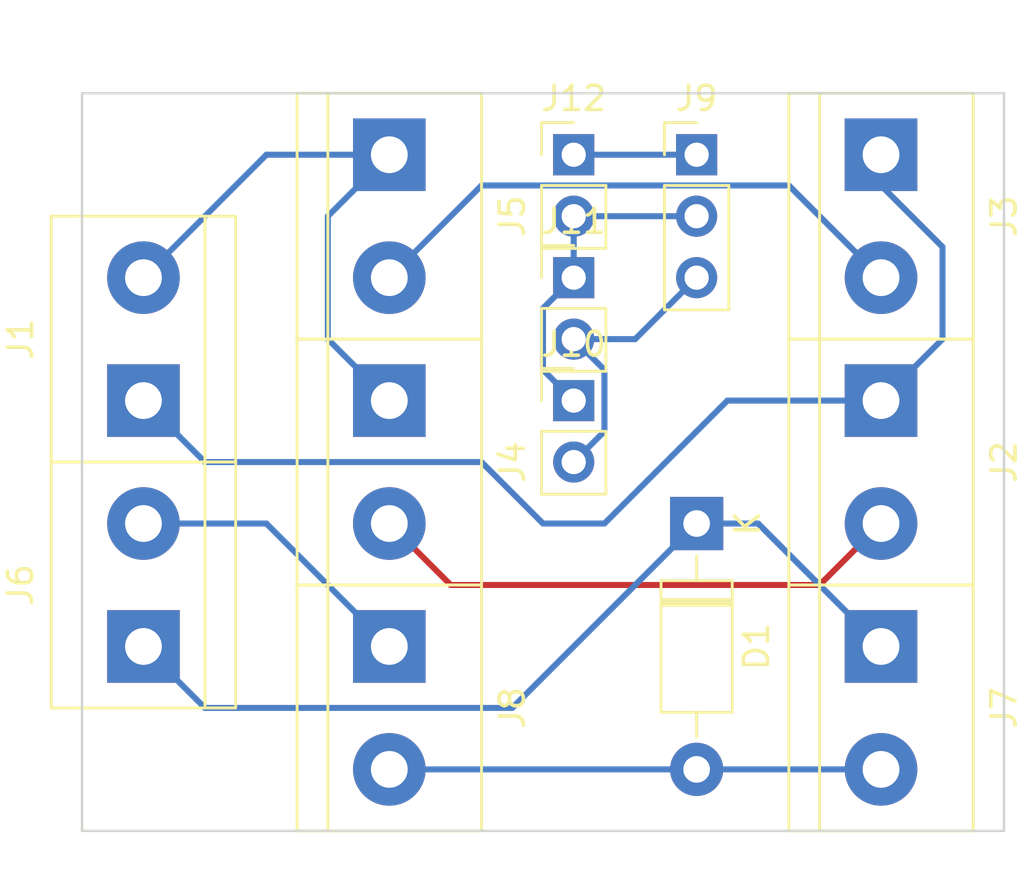
<source format=kicad_pcb>
(kicad_pcb (version 20171130) (host pcbnew "(5.1.4)-1")

  (general
    (thickness 1.6)
    (drawings 4)
    (tracks 40)
    (zones 0)
    (modules 13)
    (nets 11)
  )

  (page A4)
  (layers
    (0 F.Cu signal)
    (31 B.Cu signal)
    (32 B.Adhes user)
    (33 F.Adhes user)
    (34 B.Paste user)
    (35 F.Paste user)
    (36 B.SilkS user)
    (37 F.SilkS user)
    (38 B.Mask user)
    (39 F.Mask user)
    (40 Dwgs.User user)
    (41 Cmts.User user)
    (42 Eco1.User user)
    (43 Eco2.User user)
    (44 Edge.Cuts user)
    (45 Margin user)
    (46 B.CrtYd user)
    (47 F.CrtYd user)
    (48 B.Fab user)
    (49 F.Fab user)
  )

  (setup
    (last_trace_width 0.25)
    (trace_clearance 0.2)
    (zone_clearance 0.508)
    (zone_45_only no)
    (trace_min 0.2)
    (via_size 0.8)
    (via_drill 0.4)
    (via_min_size 0.4)
    (via_min_drill 0.3)
    (uvia_size 0.3)
    (uvia_drill 0.1)
    (uvias_allowed no)
    (uvia_min_size 0.2)
    (uvia_min_drill 0.1)
    (edge_width 0.1)
    (segment_width 0.2)
    (pcb_text_width 0.3)
    (pcb_text_size 1.5 1.5)
    (mod_edge_width 0.15)
    (mod_text_size 1 1)
    (mod_text_width 0.15)
    (pad_size 1.524 1.524)
    (pad_drill 0.762)
    (pad_to_mask_clearance 0)
    (aux_axis_origin 0 0)
    (visible_elements 7FFFFFFF)
    (pcbplotparams
      (layerselection 0x010fc_ffffffff)
      (usegerberextensions false)
      (usegerberattributes false)
      (usegerberadvancedattributes false)
      (creategerberjobfile false)
      (excludeedgelayer true)
      (linewidth 0.100000)
      (plotframeref false)
      (viasonmask false)
      (mode 1)
      (useauxorigin false)
      (hpglpennumber 1)
      (hpglpenspeed 20)
      (hpglpendiameter 15.000000)
      (psnegative false)
      (psa4output false)
      (plotreference true)
      (plotvalue true)
      (plotinvisibletext false)
      (padsonsilk false)
      (subtractmaskfromsilk false)
      (outputformat 1)
      (mirror false)
      (drillshape 1)
      (scaleselection 1)
      (outputdirectory ""))
  )

  (net 0 "")
  (net 1 /CoilRelayOut)
  (net 2 /CoilPower+)
  (net 3 /CapacitorRelayIn)
  (net 4 /CapacitorPower-)
  (net 5 /StarterPower+)
  (net 6 /CapacitorPower+)
  (net 7 /CoilPower-)
  (net 8 /CoilSignal-)
  (net 9 /CapacitorSignal-)
  (net 10 /CapacitorSignal+)

  (net_class Default "This is the default net class."
    (clearance 0.2)
    (trace_width 0.25)
    (via_dia 0.8)
    (via_drill 0.4)
    (uvia_dia 0.3)
    (uvia_drill 0.1)
    (add_net /CapacitorPower+)
    (add_net /CapacitorPower-)
    (add_net /CapacitorRelayIn)
    (add_net /CapacitorSignal+)
    (add_net /CapacitorSignal-)
    (add_net /CoilPower+)
    (add_net /CoilPower-)
    (add_net /CoilRelayOut)
    (add_net /CoilSignal-)
    (add_net /StarterPower+)
  )

  (module TerminalBlock:TerminalBlock_bornier-2_P5.08mm (layer F.Cu) (tedit 59FF03AB) (tstamp 5F2B4385)
    (at 109.22 106.68 90)
    (descr "simple 2-pin terminal block, pitch 5.08mm, revamped version of bornier2")
    (tags "terminal block bornier2")
    (path /5E42A6CA)
    (fp_text reference J1 (at 2.54 -5.08 90) (layer F.SilkS)
      (effects (font (size 1 1) (thickness 0.15)))
    )
    (fp_text value "Power AC In" (at 2.54 5.08 90) (layer F.Fab)
      (effects (font (size 1 1) (thickness 0.15)))
    )
    (fp_line (start 7.79 4) (end -2.71 4) (layer F.CrtYd) (width 0.05))
    (fp_line (start 7.79 4) (end 7.79 -4) (layer F.CrtYd) (width 0.05))
    (fp_line (start -2.71 -4) (end -2.71 4) (layer F.CrtYd) (width 0.05))
    (fp_line (start -2.71 -4) (end 7.79 -4) (layer F.CrtYd) (width 0.05))
    (fp_line (start -2.54 3.81) (end 7.62 3.81) (layer F.SilkS) (width 0.12))
    (fp_line (start -2.54 -3.81) (end -2.54 3.81) (layer F.SilkS) (width 0.12))
    (fp_line (start 7.62 -3.81) (end -2.54 -3.81) (layer F.SilkS) (width 0.12))
    (fp_line (start 7.62 3.81) (end 7.62 -3.81) (layer F.SilkS) (width 0.12))
    (fp_line (start 7.62 2.54) (end -2.54 2.54) (layer F.SilkS) (width 0.12))
    (fp_line (start 7.54 -3.75) (end -2.46 -3.75) (layer F.Fab) (width 0.1))
    (fp_line (start 7.54 3.75) (end 7.54 -3.75) (layer F.Fab) (width 0.1))
    (fp_line (start -2.46 3.75) (end 7.54 3.75) (layer F.Fab) (width 0.1))
    (fp_line (start -2.46 -3.75) (end -2.46 3.75) (layer F.Fab) (width 0.1))
    (fp_line (start -2.41 2.55) (end 7.49 2.55) (layer F.Fab) (width 0.1))
    (fp_text user %R (at 2.54 0 90) (layer F.Fab)
      (effects (font (size 1 1) (thickness 0.15)))
    )
    (pad 2 thru_hole circle (at 5.08 0 90) (size 3 3) (drill 1.52) (layers *.Cu *.Mask)
      (net 3 /CapacitorRelayIn))
    (pad 1 thru_hole rect (at 0 0 90) (size 3 3) (drill 1.52) (layers *.Cu *.Mask)
      (net 4 /CapacitorPower-))
    (model ${KISYS3DMOD}/TerminalBlock.3dshapes/TerminalBlock_bornier-2_P5.08mm.wrl
      (offset (xyz 2.539999961853027 0 0))
      (scale (xyz 1 1 1))
      (rotate (xyz 0 0 0))
    )
  )

  (module TerminalBlock:TerminalBlock_bornier-2_P5.08mm (layer F.Cu) (tedit 59FF03AB) (tstamp 5F2B439A)
    (at 139.7 106.68 270)
    (descr "simple 2-pin terminal block, pitch 5.08mm, revamped version of bornier2")
    (tags "terminal block bornier2")
    (path /5E0F4C5B)
    (fp_text reference J2 (at 2.54 -5.08 90) (layer F.SilkS)
      (effects (font (size 1 1) (thickness 0.15)))
    )
    (fp_text value "To Starter" (at 2.54 5.08 90) (layer F.Fab)
      (effects (font (size 1 1) (thickness 0.15)))
    )
    (fp_line (start 7.79 4) (end -2.71 4) (layer F.CrtYd) (width 0.05))
    (fp_line (start 7.79 4) (end 7.79 -4) (layer F.CrtYd) (width 0.05))
    (fp_line (start -2.71 -4) (end -2.71 4) (layer F.CrtYd) (width 0.05))
    (fp_line (start -2.71 -4) (end 7.79 -4) (layer F.CrtYd) (width 0.05))
    (fp_line (start -2.54 3.81) (end 7.62 3.81) (layer F.SilkS) (width 0.12))
    (fp_line (start -2.54 -3.81) (end -2.54 3.81) (layer F.SilkS) (width 0.12))
    (fp_line (start 7.62 -3.81) (end -2.54 -3.81) (layer F.SilkS) (width 0.12))
    (fp_line (start 7.62 3.81) (end 7.62 -3.81) (layer F.SilkS) (width 0.12))
    (fp_line (start 7.62 2.54) (end -2.54 2.54) (layer F.SilkS) (width 0.12))
    (fp_line (start 7.54 -3.75) (end -2.46 -3.75) (layer F.Fab) (width 0.1))
    (fp_line (start 7.54 3.75) (end 7.54 -3.75) (layer F.Fab) (width 0.1))
    (fp_line (start -2.46 3.75) (end 7.54 3.75) (layer F.Fab) (width 0.1))
    (fp_line (start -2.46 -3.75) (end -2.46 3.75) (layer F.Fab) (width 0.1))
    (fp_line (start -2.41 2.55) (end 7.49 2.55) (layer F.Fab) (width 0.1))
    (fp_text user %R (at 2.54 0 90) (layer F.Fab)
      (effects (font (size 1 1) (thickness 0.15)))
    )
    (pad 2 thru_hole circle (at 5.08 0 270) (size 3 3) (drill 1.52) (layers *.Cu *.Mask)
      (net 5 /StarterPower+))
    (pad 1 thru_hole rect (at 0 0 270) (size 3 3) (drill 1.52) (layers *.Cu *.Mask)
      (net 4 /CapacitorPower-))
    (model ${KISYS3DMOD}/TerminalBlock.3dshapes/TerminalBlock_bornier-2_P5.08mm.wrl
      (offset (xyz 2.539999961853027 0 0))
      (scale (xyz 1 1 1))
      (rotate (xyz 0 0 0))
    )
  )

  (module Connector_PinHeader_2.54mm:PinHeader_1x02_P2.54mm_Vertical (layer F.Cu) (tedit 59FED5CC) (tstamp 5F2B4471)
    (at 127 96.52)
    (descr "Through hole straight pin header, 1x02, 2.54mm pitch, single row")
    (tags "Through hole pin header THT 1x02 2.54mm single row")
    (path /5F30CC09)
    (fp_text reference J12 (at 0 -2.33) (layer F.SilkS)
      (effects (font (size 1 1) (thickness 0.15)))
    )
    (fp_text value "Capacitor Signal" (at 0 4.87) (layer F.Fab)
      (effects (font (size 1 1) (thickness 0.15)))
    )
    (fp_text user %R (at 0 1.27 90) (layer F.Fab)
      (effects (font (size 1 1) (thickness 0.15)))
    )
    (fp_line (start 1.8 -1.8) (end -1.8 -1.8) (layer F.CrtYd) (width 0.05))
    (fp_line (start 1.8 4.35) (end 1.8 -1.8) (layer F.CrtYd) (width 0.05))
    (fp_line (start -1.8 4.35) (end 1.8 4.35) (layer F.CrtYd) (width 0.05))
    (fp_line (start -1.8 -1.8) (end -1.8 4.35) (layer F.CrtYd) (width 0.05))
    (fp_line (start -1.33 -1.33) (end 0 -1.33) (layer F.SilkS) (width 0.12))
    (fp_line (start -1.33 0) (end -1.33 -1.33) (layer F.SilkS) (width 0.12))
    (fp_line (start -1.33 1.27) (end 1.33 1.27) (layer F.SilkS) (width 0.12))
    (fp_line (start 1.33 1.27) (end 1.33 3.87) (layer F.SilkS) (width 0.12))
    (fp_line (start -1.33 1.27) (end -1.33 3.87) (layer F.SilkS) (width 0.12))
    (fp_line (start -1.33 3.87) (end 1.33 3.87) (layer F.SilkS) (width 0.12))
    (fp_line (start -1.27 -0.635) (end -0.635 -1.27) (layer F.Fab) (width 0.1))
    (fp_line (start -1.27 3.81) (end -1.27 -0.635) (layer F.Fab) (width 0.1))
    (fp_line (start 1.27 3.81) (end -1.27 3.81) (layer F.Fab) (width 0.1))
    (fp_line (start 1.27 -1.27) (end 1.27 3.81) (layer F.Fab) (width 0.1))
    (fp_line (start -0.635 -1.27) (end 1.27 -1.27) (layer F.Fab) (width 0.1))
    (pad 2 thru_hole oval (at 0 2.54) (size 1.7 1.7) (drill 1) (layers *.Cu *.Mask)
      (net 9 /CapacitorSignal-))
    (pad 1 thru_hole rect (at 0 0) (size 1.7 1.7) (drill 1) (layers *.Cu *.Mask)
      (net 10 /CapacitorSignal+))
    (model ${KISYS3DMOD}/Connector_PinHeader_2.54mm.3dshapes/PinHeader_1x02_P2.54mm_Vertical.wrl
      (at (xyz 0 0 0))
      (scale (xyz 1 1 1))
      (rotate (xyz 0 0 0))
    )
  )

  (module Connector_PinHeader_2.54mm:PinHeader_1x02_P2.54mm_Vertical (layer F.Cu) (tedit 59FED5CC) (tstamp 5F2B445B)
    (at 127 101.6)
    (descr "Through hole straight pin header, 1x02, 2.54mm pitch, single row")
    (tags "Through hole pin header THT 1x02 2.54mm single row")
    (path /5F2D8B1C)
    (fp_text reference J11 (at 0 -2.33) (layer F.SilkS)
      (effects (font (size 1 1) (thickness 0.15)))
    )
    (fp_text value "Starter Signal" (at 0 4.87) (layer F.Fab)
      (effects (font (size 1 1) (thickness 0.15)))
    )
    (fp_text user %R (at 0 1.27 90) (layer F.Fab)
      (effects (font (size 1 1) (thickness 0.15)))
    )
    (fp_line (start 1.8 -1.8) (end -1.8 -1.8) (layer F.CrtYd) (width 0.05))
    (fp_line (start 1.8 4.35) (end 1.8 -1.8) (layer F.CrtYd) (width 0.05))
    (fp_line (start -1.8 4.35) (end 1.8 4.35) (layer F.CrtYd) (width 0.05))
    (fp_line (start -1.8 -1.8) (end -1.8 4.35) (layer F.CrtYd) (width 0.05))
    (fp_line (start -1.33 -1.33) (end 0 -1.33) (layer F.SilkS) (width 0.12))
    (fp_line (start -1.33 0) (end -1.33 -1.33) (layer F.SilkS) (width 0.12))
    (fp_line (start -1.33 1.27) (end 1.33 1.27) (layer F.SilkS) (width 0.12))
    (fp_line (start 1.33 1.27) (end 1.33 3.87) (layer F.SilkS) (width 0.12))
    (fp_line (start -1.33 1.27) (end -1.33 3.87) (layer F.SilkS) (width 0.12))
    (fp_line (start -1.33 3.87) (end 1.33 3.87) (layer F.SilkS) (width 0.12))
    (fp_line (start -1.27 -0.635) (end -0.635 -1.27) (layer F.Fab) (width 0.1))
    (fp_line (start -1.27 3.81) (end -1.27 -0.635) (layer F.Fab) (width 0.1))
    (fp_line (start 1.27 3.81) (end -1.27 3.81) (layer F.Fab) (width 0.1))
    (fp_line (start 1.27 -1.27) (end 1.27 3.81) (layer F.Fab) (width 0.1))
    (fp_line (start -0.635 -1.27) (end 1.27 -1.27) (layer F.Fab) (width 0.1))
    (pad 2 thru_hole oval (at 0 2.54) (size 1.7 1.7) (drill 1) (layers *.Cu *.Mask)
      (net 8 /CoilSignal-))
    (pad 1 thru_hole rect (at 0 0) (size 1.7 1.7) (drill 1) (layers *.Cu *.Mask)
      (net 9 /CapacitorSignal-))
    (model ${KISYS3DMOD}/Connector_PinHeader_2.54mm.3dshapes/PinHeader_1x02_P2.54mm_Vertical.wrl
      (at (xyz 0 0 0))
      (scale (xyz 1 1 1))
      (rotate (xyz 0 0 0))
    )
  )

  (module Connector_PinHeader_2.54mm:PinHeader_1x02_P2.54mm_Vertical (layer F.Cu) (tedit 59FED5CC) (tstamp 5F2B4445)
    (at 127 106.68)
    (descr "Through hole straight pin header, 1x02, 2.54mm pitch, single row")
    (tags "Through hole pin header THT 1x02 2.54mm single row")
    (path /5F2B9D92)
    (fp_text reference J10 (at 0 -2.33) (layer F.SilkS)
      (effects (font (size 1 1) (thickness 0.15)))
    )
    (fp_text value "Coil Signal" (at 0 4.87) (layer F.Fab)
      (effects (font (size 1 1) (thickness 0.15)))
    )
    (fp_text user %R (at 0 1.27 90) (layer F.Fab)
      (effects (font (size 1 1) (thickness 0.15)))
    )
    (fp_line (start 1.8 -1.8) (end -1.8 -1.8) (layer F.CrtYd) (width 0.05))
    (fp_line (start 1.8 4.35) (end 1.8 -1.8) (layer F.CrtYd) (width 0.05))
    (fp_line (start -1.8 4.35) (end 1.8 4.35) (layer F.CrtYd) (width 0.05))
    (fp_line (start -1.8 -1.8) (end -1.8 4.35) (layer F.CrtYd) (width 0.05))
    (fp_line (start -1.33 -1.33) (end 0 -1.33) (layer F.SilkS) (width 0.12))
    (fp_line (start -1.33 0) (end -1.33 -1.33) (layer F.SilkS) (width 0.12))
    (fp_line (start -1.33 1.27) (end 1.33 1.27) (layer F.SilkS) (width 0.12))
    (fp_line (start 1.33 1.27) (end 1.33 3.87) (layer F.SilkS) (width 0.12))
    (fp_line (start -1.33 1.27) (end -1.33 3.87) (layer F.SilkS) (width 0.12))
    (fp_line (start -1.33 3.87) (end 1.33 3.87) (layer F.SilkS) (width 0.12))
    (fp_line (start -1.27 -0.635) (end -0.635 -1.27) (layer F.Fab) (width 0.1))
    (fp_line (start -1.27 3.81) (end -1.27 -0.635) (layer F.Fab) (width 0.1))
    (fp_line (start 1.27 3.81) (end -1.27 3.81) (layer F.Fab) (width 0.1))
    (fp_line (start 1.27 -1.27) (end 1.27 3.81) (layer F.Fab) (width 0.1))
    (fp_line (start -0.635 -1.27) (end 1.27 -1.27) (layer F.Fab) (width 0.1))
    (pad 2 thru_hole oval (at 0 2.54) (size 1.7 1.7) (drill 1) (layers *.Cu *.Mask)
      (net 8 /CoilSignal-))
    (pad 1 thru_hole rect (at 0 0) (size 1.7 1.7) (drill 1) (layers *.Cu *.Mask)
      (net 9 /CapacitorSignal-))
    (model ${KISYS3DMOD}/Connector_PinHeader_2.54mm.3dshapes/PinHeader_1x02_P2.54mm_Vertical.wrl
      (at (xyz 0 0 0))
      (scale (xyz 1 1 1))
      (rotate (xyz 0 0 0))
    )
  )

  (module Connector_PinHeader_2.54mm:PinHeader_1x03_P2.54mm_Vertical (layer F.Cu) (tedit 59FED5CC) (tstamp 5F2B442F)
    (at 132.08 96.52)
    (descr "Through hole straight pin header, 1x03, 2.54mm pitch, single row")
    (tags "Through hole pin header THT 1x03 2.54mm single row")
    (path /5E0F7ADE)
    (fp_text reference J9 (at 0 -2.33) (layer F.SilkS)
      (effects (font (size 1 1) (thickness 0.15)))
    )
    (fp_text value "From Control" (at 0 7.41) (layer F.Fab)
      (effects (font (size 1 1) (thickness 0.15)))
    )
    (fp_text user %R (at 0 2.54 90) (layer F.Fab)
      (effects (font (size 1 1) (thickness 0.15)))
    )
    (fp_line (start 1.8 -1.8) (end -1.8 -1.8) (layer F.CrtYd) (width 0.05))
    (fp_line (start 1.8 6.85) (end 1.8 -1.8) (layer F.CrtYd) (width 0.05))
    (fp_line (start -1.8 6.85) (end 1.8 6.85) (layer F.CrtYd) (width 0.05))
    (fp_line (start -1.8 -1.8) (end -1.8 6.85) (layer F.CrtYd) (width 0.05))
    (fp_line (start -1.33 -1.33) (end 0 -1.33) (layer F.SilkS) (width 0.12))
    (fp_line (start -1.33 0) (end -1.33 -1.33) (layer F.SilkS) (width 0.12))
    (fp_line (start -1.33 1.27) (end 1.33 1.27) (layer F.SilkS) (width 0.12))
    (fp_line (start 1.33 1.27) (end 1.33 6.41) (layer F.SilkS) (width 0.12))
    (fp_line (start -1.33 1.27) (end -1.33 6.41) (layer F.SilkS) (width 0.12))
    (fp_line (start -1.33 6.41) (end 1.33 6.41) (layer F.SilkS) (width 0.12))
    (fp_line (start -1.27 -0.635) (end -0.635 -1.27) (layer F.Fab) (width 0.1))
    (fp_line (start -1.27 6.35) (end -1.27 -0.635) (layer F.Fab) (width 0.1))
    (fp_line (start 1.27 6.35) (end -1.27 6.35) (layer F.Fab) (width 0.1))
    (fp_line (start 1.27 -1.27) (end 1.27 6.35) (layer F.Fab) (width 0.1))
    (fp_line (start -0.635 -1.27) (end 1.27 -1.27) (layer F.Fab) (width 0.1))
    (pad 3 thru_hole oval (at 0 5.08) (size 1.7 1.7) (drill 1) (layers *.Cu *.Mask)
      (net 8 /CoilSignal-))
    (pad 2 thru_hole oval (at 0 2.54) (size 1.7 1.7) (drill 1) (layers *.Cu *.Mask)
      (net 9 /CapacitorSignal-))
    (pad 1 thru_hole rect (at 0 0) (size 1.7 1.7) (drill 1) (layers *.Cu *.Mask)
      (net 10 /CapacitorSignal+))
    (model ${KISYS3DMOD}/Connector_PinHeader_2.54mm.3dshapes/PinHeader_1x03_P2.54mm_Vertical.wrl
      (at (xyz 0 0 0))
      (scale (xyz 1 1 1))
      (rotate (xyz 0 0 0))
    )
  )

  (module TerminalBlock:TerminalBlock_bornier-2_P5.08mm (layer F.Cu) (tedit 59FF03AB) (tstamp 5F2B4418)
    (at 119.38 116.84 270)
    (descr "simple 2-pin terminal block, pitch 5.08mm, revamped version of bornier2")
    (tags "terminal block bornier2")
    (path /5F2CB3D1)
    (fp_text reference J8 (at 2.54 -5.08 90) (layer F.SilkS)
      (effects (font (size 1 1) (thickness 0.15)))
    )
    (fp_text value "Coil Relay Output" (at 2.54 5.08 90) (layer F.Fab)
      (effects (font (size 1 1) (thickness 0.15)))
    )
    (fp_line (start 7.79 4) (end -2.71 4) (layer F.CrtYd) (width 0.05))
    (fp_line (start 7.79 4) (end 7.79 -4) (layer F.CrtYd) (width 0.05))
    (fp_line (start -2.71 -4) (end -2.71 4) (layer F.CrtYd) (width 0.05))
    (fp_line (start -2.71 -4) (end 7.79 -4) (layer F.CrtYd) (width 0.05))
    (fp_line (start -2.54 3.81) (end 7.62 3.81) (layer F.SilkS) (width 0.12))
    (fp_line (start -2.54 -3.81) (end -2.54 3.81) (layer F.SilkS) (width 0.12))
    (fp_line (start 7.62 -3.81) (end -2.54 -3.81) (layer F.SilkS) (width 0.12))
    (fp_line (start 7.62 3.81) (end 7.62 -3.81) (layer F.SilkS) (width 0.12))
    (fp_line (start 7.62 2.54) (end -2.54 2.54) (layer F.SilkS) (width 0.12))
    (fp_line (start 7.54 -3.75) (end -2.46 -3.75) (layer F.Fab) (width 0.1))
    (fp_line (start 7.54 3.75) (end 7.54 -3.75) (layer F.Fab) (width 0.1))
    (fp_line (start -2.46 3.75) (end 7.54 3.75) (layer F.Fab) (width 0.1))
    (fp_line (start -2.46 -3.75) (end -2.46 3.75) (layer F.Fab) (width 0.1))
    (fp_line (start -2.41 2.55) (end 7.49 2.55) (layer F.Fab) (width 0.1))
    (fp_text user %R (at 2.54 0 90) (layer F.Fab)
      (effects (font (size 1 1) (thickness 0.15)))
    )
    (pad 2 thru_hole circle (at 5.08 0 270) (size 3 3) (drill 1.52) (layers *.Cu *.Mask)
      (net 1 /CoilRelayOut))
    (pad 1 thru_hole rect (at 0 0 270) (size 3 3) (drill 1.52) (layers *.Cu *.Mask)
      (net 7 /CoilPower-))
    (model ${KISYS3DMOD}/TerminalBlock.3dshapes/TerminalBlock_bornier-2_P5.08mm.wrl
      (offset (xyz 2.539999961853027 0 0))
      (scale (xyz 1 1 1))
      (rotate (xyz 0 0 0))
    )
  )

  (module TerminalBlock:TerminalBlock_bornier-2_P5.08mm (layer F.Cu) (tedit 59FF03AB) (tstamp 5F2B4403)
    (at 139.7 116.84 270)
    (descr "simple 2-pin terminal block, pitch 5.08mm, revamped version of bornier2")
    (tags "terminal block bornier2")
    (path /5E4C22E1)
    (fp_text reference J7 (at 2.54 -5.08 90) (layer F.SilkS)
      (effects (font (size 1 1) (thickness 0.15)))
    )
    (fp_text value "To Coil" (at 2.54 5.08 90) (layer F.Fab)
      (effects (font (size 1 1) (thickness 0.15)))
    )
    (fp_line (start 7.79 4) (end -2.71 4) (layer F.CrtYd) (width 0.05))
    (fp_line (start 7.79 4) (end 7.79 -4) (layer F.CrtYd) (width 0.05))
    (fp_line (start -2.71 -4) (end -2.71 4) (layer F.CrtYd) (width 0.05))
    (fp_line (start -2.71 -4) (end 7.79 -4) (layer F.CrtYd) (width 0.05))
    (fp_line (start -2.54 3.81) (end 7.62 3.81) (layer F.SilkS) (width 0.12))
    (fp_line (start -2.54 -3.81) (end -2.54 3.81) (layer F.SilkS) (width 0.12))
    (fp_line (start 7.62 -3.81) (end -2.54 -3.81) (layer F.SilkS) (width 0.12))
    (fp_line (start 7.62 3.81) (end 7.62 -3.81) (layer F.SilkS) (width 0.12))
    (fp_line (start 7.62 2.54) (end -2.54 2.54) (layer F.SilkS) (width 0.12))
    (fp_line (start 7.54 -3.75) (end -2.46 -3.75) (layer F.Fab) (width 0.1))
    (fp_line (start 7.54 3.75) (end 7.54 -3.75) (layer F.Fab) (width 0.1))
    (fp_line (start -2.46 3.75) (end 7.54 3.75) (layer F.Fab) (width 0.1))
    (fp_line (start -2.46 -3.75) (end -2.46 3.75) (layer F.Fab) (width 0.1))
    (fp_line (start -2.41 2.55) (end 7.49 2.55) (layer F.Fab) (width 0.1))
    (fp_text user %R (at 2.54 0 90) (layer F.Fab)
      (effects (font (size 1 1) (thickness 0.15)))
    )
    (pad 2 thru_hole circle (at 5.08 0 270) (size 3 3) (drill 1.52) (layers *.Cu *.Mask)
      (net 1 /CoilRelayOut))
    (pad 1 thru_hole rect (at 0 0 270) (size 3 3) (drill 1.52) (layers *.Cu *.Mask)
      (net 2 /CoilPower+))
    (model ${KISYS3DMOD}/TerminalBlock.3dshapes/TerminalBlock_bornier-2_P5.08mm.wrl
      (offset (xyz 2.539999961853027 0 0))
      (scale (xyz 1 1 1))
      (rotate (xyz 0 0 0))
    )
  )

  (module TerminalBlock:TerminalBlock_bornier-2_P5.08mm (layer F.Cu) (tedit 59FF03AB) (tstamp 5F2B43EE)
    (at 109.22 116.84 90)
    (descr "simple 2-pin terminal block, pitch 5.08mm, revamped version of bornier2")
    (tags "terminal block bornier2")
    (path /5E1F764E)
    (fp_text reference J6 (at 2.54 -5.08 90) (layer F.SilkS)
      (effects (font (size 1 1) (thickness 0.15)))
    )
    (fp_text value "DC In" (at 2.54 5.08 90) (layer F.Fab)
      (effects (font (size 1 1) (thickness 0.15)))
    )
    (fp_line (start 7.79 4) (end -2.71 4) (layer F.CrtYd) (width 0.05))
    (fp_line (start 7.79 4) (end 7.79 -4) (layer F.CrtYd) (width 0.05))
    (fp_line (start -2.71 -4) (end -2.71 4) (layer F.CrtYd) (width 0.05))
    (fp_line (start -2.71 -4) (end 7.79 -4) (layer F.CrtYd) (width 0.05))
    (fp_line (start -2.54 3.81) (end 7.62 3.81) (layer F.SilkS) (width 0.12))
    (fp_line (start -2.54 -3.81) (end -2.54 3.81) (layer F.SilkS) (width 0.12))
    (fp_line (start 7.62 -3.81) (end -2.54 -3.81) (layer F.SilkS) (width 0.12))
    (fp_line (start 7.62 3.81) (end 7.62 -3.81) (layer F.SilkS) (width 0.12))
    (fp_line (start 7.62 2.54) (end -2.54 2.54) (layer F.SilkS) (width 0.12))
    (fp_line (start 7.54 -3.75) (end -2.46 -3.75) (layer F.Fab) (width 0.1))
    (fp_line (start 7.54 3.75) (end 7.54 -3.75) (layer F.Fab) (width 0.1))
    (fp_line (start -2.46 3.75) (end 7.54 3.75) (layer F.Fab) (width 0.1))
    (fp_line (start -2.46 -3.75) (end -2.46 3.75) (layer F.Fab) (width 0.1))
    (fp_line (start -2.41 2.55) (end 7.49 2.55) (layer F.Fab) (width 0.1))
    (fp_text user %R (at 2.54 0 90) (layer F.Fab)
      (effects (font (size 1 1) (thickness 0.15)))
    )
    (pad 2 thru_hole circle (at 5.08 0 90) (size 3 3) (drill 1.52) (layers *.Cu *.Mask)
      (net 7 /CoilPower-))
    (pad 1 thru_hole rect (at 0 0 90) (size 3 3) (drill 1.52) (layers *.Cu *.Mask)
      (net 2 /CoilPower+))
    (model ${KISYS3DMOD}/TerminalBlock.3dshapes/TerminalBlock_bornier-2_P5.08mm.wrl
      (offset (xyz 2.539999961853027 0 0))
      (scale (xyz 1 1 1))
      (rotate (xyz 0 0 0))
    )
  )

  (module TerminalBlock:TerminalBlock_bornier-2_P5.08mm (layer F.Cu) (tedit 59FF03AB) (tstamp 5F2B43D9)
    (at 119.38 96.52 270)
    (descr "simple 2-pin terminal block, pitch 5.08mm, revamped version of bornier2")
    (tags "terminal block bornier2")
    (path /5F30F4E2)
    (fp_text reference J5 (at 2.54 -5.08 90) (layer F.SilkS)
      (effects (font (size 1 1) (thickness 0.15)))
    )
    (fp_text value "Capacitor Relay Output" (at 2.54 5.08 90) (layer F.Fab)
      (effects (font (size 1 1) (thickness 0.15)))
    )
    (fp_line (start 7.79 4) (end -2.71 4) (layer F.CrtYd) (width 0.05))
    (fp_line (start 7.79 4) (end 7.79 -4) (layer F.CrtYd) (width 0.05))
    (fp_line (start -2.71 -4) (end -2.71 4) (layer F.CrtYd) (width 0.05))
    (fp_line (start -2.71 -4) (end 7.79 -4) (layer F.CrtYd) (width 0.05))
    (fp_line (start -2.54 3.81) (end 7.62 3.81) (layer F.SilkS) (width 0.12))
    (fp_line (start -2.54 -3.81) (end -2.54 3.81) (layer F.SilkS) (width 0.12))
    (fp_line (start 7.62 -3.81) (end -2.54 -3.81) (layer F.SilkS) (width 0.12))
    (fp_line (start 7.62 3.81) (end 7.62 -3.81) (layer F.SilkS) (width 0.12))
    (fp_line (start 7.62 2.54) (end -2.54 2.54) (layer F.SilkS) (width 0.12))
    (fp_line (start 7.54 -3.75) (end -2.46 -3.75) (layer F.Fab) (width 0.1))
    (fp_line (start 7.54 3.75) (end 7.54 -3.75) (layer F.Fab) (width 0.1))
    (fp_line (start -2.46 3.75) (end 7.54 3.75) (layer F.Fab) (width 0.1))
    (fp_line (start -2.46 -3.75) (end -2.46 3.75) (layer F.Fab) (width 0.1))
    (fp_line (start -2.41 2.55) (end 7.49 2.55) (layer F.Fab) (width 0.1))
    (fp_text user %R (at 2.54 0 90) (layer F.Fab)
      (effects (font (size 1 1) (thickness 0.15)))
    )
    (pad 2 thru_hole circle (at 5.08 0 270) (size 3 3) (drill 1.52) (layers *.Cu *.Mask)
      (net 6 /CapacitorPower+))
    (pad 1 thru_hole rect (at 0 0 270) (size 3 3) (drill 1.52) (layers *.Cu *.Mask)
      (net 3 /CapacitorRelayIn))
    (model ${KISYS3DMOD}/TerminalBlock.3dshapes/TerminalBlock_bornier-2_P5.08mm.wrl
      (offset (xyz 2.539999961853027 0 0))
      (scale (xyz 1 1 1))
      (rotate (xyz 0 0 0))
    )
  )

  (module TerminalBlock:TerminalBlock_bornier-2_P5.08mm (layer F.Cu) (tedit 59FF03AB) (tstamp 5F2B43C4)
    (at 119.38 106.68 270)
    (descr "simple 2-pin terminal block, pitch 5.08mm, revamped version of bornier2")
    (tags "terminal block bornier2")
    (path /5F2EA5CA)
    (fp_text reference J4 (at 2.54 -5.08 90) (layer F.SilkS)
      (effects (font (size 1 1) (thickness 0.15)))
    )
    (fp_text value "Starter Relay Output" (at 2.54 5.08 90) (layer F.Fab)
      (effects (font (size 1 1) (thickness 0.15)))
    )
    (fp_line (start 7.79 4) (end -2.71 4) (layer F.CrtYd) (width 0.05))
    (fp_line (start 7.79 4) (end 7.79 -4) (layer F.CrtYd) (width 0.05))
    (fp_line (start -2.71 -4) (end -2.71 4) (layer F.CrtYd) (width 0.05))
    (fp_line (start -2.71 -4) (end 7.79 -4) (layer F.CrtYd) (width 0.05))
    (fp_line (start -2.54 3.81) (end 7.62 3.81) (layer F.SilkS) (width 0.12))
    (fp_line (start -2.54 -3.81) (end -2.54 3.81) (layer F.SilkS) (width 0.12))
    (fp_line (start 7.62 -3.81) (end -2.54 -3.81) (layer F.SilkS) (width 0.12))
    (fp_line (start 7.62 3.81) (end 7.62 -3.81) (layer F.SilkS) (width 0.12))
    (fp_line (start 7.62 2.54) (end -2.54 2.54) (layer F.SilkS) (width 0.12))
    (fp_line (start 7.54 -3.75) (end -2.46 -3.75) (layer F.Fab) (width 0.1))
    (fp_line (start 7.54 3.75) (end 7.54 -3.75) (layer F.Fab) (width 0.1))
    (fp_line (start -2.46 3.75) (end 7.54 3.75) (layer F.Fab) (width 0.1))
    (fp_line (start -2.46 -3.75) (end -2.46 3.75) (layer F.Fab) (width 0.1))
    (fp_line (start -2.41 2.55) (end 7.49 2.55) (layer F.Fab) (width 0.1))
    (fp_text user %R (at 2.54 0 90) (layer F.Fab)
      (effects (font (size 1 1) (thickness 0.15)))
    )
    (pad 2 thru_hole circle (at 5.08 0 270) (size 3 3) (drill 1.52) (layers *.Cu *.Mask)
      (net 5 /StarterPower+))
    (pad 1 thru_hole rect (at 0 0 270) (size 3 3) (drill 1.52) (layers *.Cu *.Mask)
      (net 3 /CapacitorRelayIn))
    (model ${KISYS3DMOD}/TerminalBlock.3dshapes/TerminalBlock_bornier-2_P5.08mm.wrl
      (offset (xyz 2.539999961853027 0 0))
      (scale (xyz 1 1 1))
      (rotate (xyz 0 0 0))
    )
  )

  (module TerminalBlock:TerminalBlock_bornier-2_P5.08mm (layer F.Cu) (tedit 59FF03AB) (tstamp 5F2B43AF)
    (at 139.7 96.52 270)
    (descr "simple 2-pin terminal block, pitch 5.08mm, revamped version of bornier2")
    (tags "terminal block bornier2")
    (path /5E54BA63)
    (fp_text reference J3 (at 2.54 -5.08 90) (layer F.SilkS)
      (effects (font (size 1 1) (thickness 0.15)))
    )
    (fp_text value "To Capacitor" (at 2.54 5.08 90) (layer F.Fab)
      (effects (font (size 1 1) (thickness 0.15)))
    )
    (fp_line (start 7.79 4) (end -2.71 4) (layer F.CrtYd) (width 0.05))
    (fp_line (start 7.79 4) (end 7.79 -4) (layer F.CrtYd) (width 0.05))
    (fp_line (start -2.71 -4) (end -2.71 4) (layer F.CrtYd) (width 0.05))
    (fp_line (start -2.71 -4) (end 7.79 -4) (layer F.CrtYd) (width 0.05))
    (fp_line (start -2.54 3.81) (end 7.62 3.81) (layer F.SilkS) (width 0.12))
    (fp_line (start -2.54 -3.81) (end -2.54 3.81) (layer F.SilkS) (width 0.12))
    (fp_line (start 7.62 -3.81) (end -2.54 -3.81) (layer F.SilkS) (width 0.12))
    (fp_line (start 7.62 3.81) (end 7.62 -3.81) (layer F.SilkS) (width 0.12))
    (fp_line (start 7.62 2.54) (end -2.54 2.54) (layer F.SilkS) (width 0.12))
    (fp_line (start 7.54 -3.75) (end -2.46 -3.75) (layer F.Fab) (width 0.1))
    (fp_line (start 7.54 3.75) (end 7.54 -3.75) (layer F.Fab) (width 0.1))
    (fp_line (start -2.46 3.75) (end 7.54 3.75) (layer F.Fab) (width 0.1))
    (fp_line (start -2.46 -3.75) (end -2.46 3.75) (layer F.Fab) (width 0.1))
    (fp_line (start -2.41 2.55) (end 7.49 2.55) (layer F.Fab) (width 0.1))
    (fp_text user %R (at 2.54 0 90) (layer F.Fab)
      (effects (font (size 1 1) (thickness 0.15)))
    )
    (pad 2 thru_hole circle (at 5.08 0 270) (size 3 3) (drill 1.52) (layers *.Cu *.Mask)
      (net 6 /CapacitorPower+))
    (pad 1 thru_hole rect (at 0 0 270) (size 3 3) (drill 1.52) (layers *.Cu *.Mask)
      (net 4 /CapacitorPower-))
    (model ${KISYS3DMOD}/TerminalBlock.3dshapes/TerminalBlock_bornier-2_P5.08mm.wrl
      (offset (xyz 2.539999961853027 0 0))
      (scale (xyz 1 1 1))
      (rotate (xyz 0 0 0))
    )
  )

  (module Diode_THT:D_DO-41_SOD81_P10.16mm_Horizontal (layer F.Cu) (tedit 5AE50CD5) (tstamp 5F2B4370)
    (at 132.08 111.76 270)
    (descr "Diode, DO-41_SOD81 series, Axial, Horizontal, pin pitch=10.16mm, , length*diameter=5.2*2.7mm^2, , http://www.diodes.com/_files/packages/DO-41%20(Plastic).pdf")
    (tags "Diode DO-41_SOD81 series Axial Horizontal pin pitch 10.16mm  length 5.2mm diameter 2.7mm")
    (path /5F151C12)
    (fp_text reference D1 (at 5.08 -2.47 90) (layer F.SilkS)
      (effects (font (size 1 1) (thickness 0.15)))
    )
    (fp_text value 1N4007 (at 5.08 2.47 90) (layer F.Fab)
      (effects (font (size 1 1) (thickness 0.15)))
    )
    (fp_text user K (at 0 -2.1 90) (layer F.SilkS)
      (effects (font (size 1 1) (thickness 0.15)))
    )
    (fp_text user K (at 0 -2.1 90) (layer F.Fab)
      (effects (font (size 1 1) (thickness 0.15)))
    )
    (fp_text user %R (at 5.47 0 90) (layer F.Fab)
      (effects (font (size 1 1) (thickness 0.15)))
    )
    (fp_line (start 11.51 -1.6) (end -1.35 -1.6) (layer F.CrtYd) (width 0.05))
    (fp_line (start 11.51 1.6) (end 11.51 -1.6) (layer F.CrtYd) (width 0.05))
    (fp_line (start -1.35 1.6) (end 11.51 1.6) (layer F.CrtYd) (width 0.05))
    (fp_line (start -1.35 -1.6) (end -1.35 1.6) (layer F.CrtYd) (width 0.05))
    (fp_line (start 3.14 -1.47) (end 3.14 1.47) (layer F.SilkS) (width 0.12))
    (fp_line (start 3.38 -1.47) (end 3.38 1.47) (layer F.SilkS) (width 0.12))
    (fp_line (start 3.26 -1.47) (end 3.26 1.47) (layer F.SilkS) (width 0.12))
    (fp_line (start 8.82 0) (end 7.8 0) (layer F.SilkS) (width 0.12))
    (fp_line (start 1.34 0) (end 2.36 0) (layer F.SilkS) (width 0.12))
    (fp_line (start 7.8 -1.47) (end 2.36 -1.47) (layer F.SilkS) (width 0.12))
    (fp_line (start 7.8 1.47) (end 7.8 -1.47) (layer F.SilkS) (width 0.12))
    (fp_line (start 2.36 1.47) (end 7.8 1.47) (layer F.SilkS) (width 0.12))
    (fp_line (start 2.36 -1.47) (end 2.36 1.47) (layer F.SilkS) (width 0.12))
    (fp_line (start 3.16 -1.35) (end 3.16 1.35) (layer F.Fab) (width 0.1))
    (fp_line (start 3.36 -1.35) (end 3.36 1.35) (layer F.Fab) (width 0.1))
    (fp_line (start 3.26 -1.35) (end 3.26 1.35) (layer F.Fab) (width 0.1))
    (fp_line (start 10.16 0) (end 7.68 0) (layer F.Fab) (width 0.1))
    (fp_line (start 0 0) (end 2.48 0) (layer F.Fab) (width 0.1))
    (fp_line (start 7.68 -1.35) (end 2.48 -1.35) (layer F.Fab) (width 0.1))
    (fp_line (start 7.68 1.35) (end 7.68 -1.35) (layer F.Fab) (width 0.1))
    (fp_line (start 2.48 1.35) (end 7.68 1.35) (layer F.Fab) (width 0.1))
    (fp_line (start 2.48 -1.35) (end 2.48 1.35) (layer F.Fab) (width 0.1))
    (pad 2 thru_hole oval (at 10.16 0 270) (size 2.2 2.2) (drill 1.1) (layers *.Cu *.Mask)
      (net 1 /CoilRelayOut))
    (pad 1 thru_hole rect (at 0 0 270) (size 2.2 2.2) (drill 1.1) (layers *.Cu *.Mask)
      (net 2 /CoilPower+))
    (model ${KISYS3DMOD}/Diode_THT.3dshapes/D_DO-41_SOD81_P10.16mm_Horizontal.wrl
      (at (xyz 0 0 0))
      (scale (xyz 1 1 1))
      (rotate (xyz 0 0 0))
    )
  )

  (gr_line (start 106.68 124.46) (end 106.68 93.98) (layer Edge.Cuts) (width 0.1) (tstamp 5F2B5E55))
  (gr_line (start 144.78 124.46) (end 106.68 124.46) (layer Edge.Cuts) (width 0.1))
  (gr_line (start 144.78 93.98) (end 144.78 124.46) (layer Edge.Cuts) (width 0.1))
  (gr_line (start 106.68 93.98) (end 144.78 93.98) (layer Edge.Cuts) (width 0.1))

  (segment (start 119.38 121.92) (end 132.08 121.92) (width 0.25) (layer B.Cu) (net 1) (status 30))
  (segment (start 132.08 121.92) (end 139.7 121.92) (width 0.25) (layer B.Cu) (net 1) (status 30))
  (segment (start 134.62 111.76) (end 139.7 116.84) (width 0.25) (layer B.Cu) (net 2) (status 20))
  (segment (start 132.08 111.76) (end 134.62 111.76) (width 0.25) (layer B.Cu) (net 2) (status 10))
  (segment (start 109.22 116.84) (end 111.76 119.38) (width 0.25) (layer B.Cu) (net 2) (status 10))
  (segment (start 111.76 119.38) (end 124.46 119.38) (width 0.25) (layer B.Cu) (net 2))
  (segment (start 124.46 119.38) (end 132.08 111.76) (width 0.25) (layer B.Cu) (net 2))
  (segment (start 109.22 101.6) (end 114.3 96.52) (width 0.25) (layer B.Cu) (net 3) (status 10))
  (segment (start 119.38 106.68) (end 116.84 104.14) (width 0.25) (layer B.Cu) (net 3) (status 10))
  (segment (start 116.84 104.14) (end 116.84 99.06) (width 0.25) (layer B.Cu) (net 3))
  (segment (start 116.84 99.06) (end 119.38 96.52) (width 0.25) (layer B.Cu) (net 3) (status 20))
  (segment (start 114.3 96.52) (end 119.38 96.52) (width 0.25) (layer B.Cu) (net 3) (status 20))
  (segment (start 142.24 104.14) (end 139.7 106.68) (width 0.25) (layer B.Cu) (net 4) (status 20))
  (segment (start 138.43 96.52) (end 142.24 100.33) (width 0.25) (layer B.Cu) (net 4) (status 10))
  (segment (start 142.24 100.33) (end 142.24 104.14) (width 0.25) (layer B.Cu) (net 4))
  (segment (start 109.22 106.68) (end 111.76 109.22) (width 0.25) (layer B.Cu) (net 4))
  (segment (start 111.76 109.22) (end 123.19 109.22) (width 0.25) (layer B.Cu) (net 4))
  (segment (start 123.19 109.22) (end 125.73 111.76) (width 0.25) (layer B.Cu) (net 4))
  (segment (start 125.73 111.76) (end 128.27 111.76) (width 0.25) (layer B.Cu) (net 4))
  (segment (start 128.27 111.76) (end 133.35 106.68) (width 0.25) (layer B.Cu) (net 4))
  (segment (start 133.35 106.68) (end 139.7 106.68) (width 0.25) (layer B.Cu) (net 4))
  (segment (start 137.16 114.3) (end 139.7 111.76) (width 0.25) (layer F.Cu) (net 5) (status 20))
  (segment (start 119.38 111.76) (end 121.92 114.3) (width 0.25) (layer F.Cu) (net 5) (status 10))
  (segment (start 121.92 114.3) (end 137.16 114.3) (width 0.25) (layer F.Cu) (net 5))
  (segment (start 135.89 97.79) (end 139.7 101.6) (width 0.25) (layer B.Cu) (net 6))
  (segment (start 119.38 101.6) (end 123.19 97.79) (width 0.25) (layer B.Cu) (net 6))
  (segment (start 123.19 97.79) (end 135.89 97.79) (width 0.25) (layer B.Cu) (net 6))
  (segment (start 114.3 111.76) (end 119.38 116.84) (width 0.25) (layer B.Cu) (net 7) (status 20))
  (segment (start 114.3 111.76) (end 109.22 111.76) (width 0.25) (layer B.Cu) (net 7) (status 20))
  (segment (start 127 109.22) (end 128.27 107.95) (width 0.25) (layer B.Cu) (net 8))
  (segment (start 128.27 107.95) (end 128.27 105.41) (width 0.25) (layer B.Cu) (net 8))
  (segment (start 128.27 105.41) (end 127 104.14) (width 0.25) (layer B.Cu) (net 8))
  (segment (start 129.54 104.14) (end 132.08 101.6) (width 0.25) (layer B.Cu) (net 8))
  (segment (start 127 104.14) (end 129.54 104.14) (width 0.25) (layer B.Cu) (net 8))
  (segment (start 127 99.06) (end 132.08 99.06) (width 0.25) (layer B.Cu) (net 9) (status 30))
  (segment (start 127 101.6) (end 127 99.06) (width 0.25) (layer B.Cu) (net 9))
  (segment (start 127 101.6) (end 125.73 102.87) (width 0.25) (layer B.Cu) (net 9))
  (segment (start 125.73 102.87) (end 125.73 105.41) (width 0.25) (layer B.Cu) (net 9))
  (segment (start 125.73 105.41) (end 127 106.68) (width 0.25) (layer B.Cu) (net 9))
  (segment (start 127 96.52) (end 132.08 96.52) (width 0.25) (layer B.Cu) (net 10) (status 30))

)

</source>
